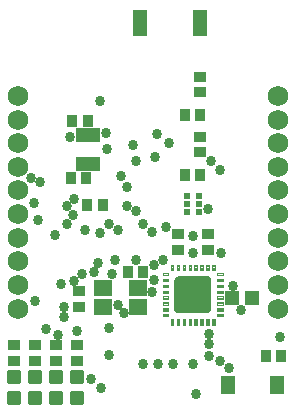
<source format=gbs>
G75*
%MOIN*%
%OFA0B0*%
%FSLAX24Y24*%
%IPPOS*%
%LPD*%
%AMOC8*
5,1,8,0,0,1.08239X$1,22.5*
%
%ADD10R,0.0356X0.0434*%
%ADD11R,0.0434X0.0356*%
%ADD12C,0.0142*%
%ADD13R,0.0830X0.0510*%
%ADD14R,0.0474X0.0867*%
%ADD15C,0.0197*%
%ADD16C,0.0040*%
%ADD17R,0.0237X0.0186*%
%ADD18R,0.0454X0.0631*%
%ADD19C,0.0680*%
%ADD20R,0.0631X0.0533*%
%ADD21R,0.0513X0.0474*%
%ADD22C,0.0340*%
D10*
X004917Y004680D03*
X005429Y004680D03*
X004079Y006930D03*
X003567Y006930D03*
X003529Y007830D03*
X003017Y007830D03*
X003067Y009730D03*
X003579Y009730D03*
X006817Y009930D03*
X007329Y009930D03*
X007329Y007930D03*
X006817Y007930D03*
X009517Y001880D03*
X010029Y001880D03*
D11*
X007573Y005424D03*
X007573Y005936D03*
X006573Y005936D03*
X006573Y005424D03*
X007323Y008674D03*
X007323Y009186D03*
X007323Y010674D03*
X007323Y011186D03*
X003273Y004036D03*
X003273Y003524D03*
X003223Y002236D03*
X003223Y001724D03*
X002523Y001724D03*
X002523Y002236D03*
X001823Y002236D03*
X001823Y001724D03*
X001123Y001724D03*
X001123Y002236D03*
D12*
X001289Y000319D02*
X000957Y000319D01*
X000957Y000651D01*
X001289Y000651D01*
X001289Y000319D01*
X001289Y000460D02*
X000957Y000460D01*
X000957Y000601D02*
X001289Y000601D01*
X001289Y001009D02*
X000957Y001009D01*
X000957Y001341D01*
X001289Y001341D01*
X001289Y001009D01*
X001289Y001150D02*
X000957Y001150D01*
X000957Y001291D02*
X001289Y001291D01*
X001657Y001009D02*
X001989Y001009D01*
X001657Y001009D02*
X001657Y001341D01*
X001989Y001341D01*
X001989Y001009D01*
X001989Y001150D02*
X001657Y001150D01*
X001657Y001291D02*
X001989Y001291D01*
X002357Y001009D02*
X002689Y001009D01*
X002357Y001009D02*
X002357Y001341D01*
X002689Y001341D01*
X002689Y001009D01*
X002689Y001150D02*
X002357Y001150D01*
X002357Y001291D02*
X002689Y001291D01*
X003057Y001009D02*
X003389Y001009D01*
X003057Y001009D02*
X003057Y001341D01*
X003389Y001341D01*
X003389Y001009D01*
X003389Y001150D02*
X003057Y001150D01*
X003057Y001291D02*
X003389Y001291D01*
X003389Y000319D02*
X003057Y000319D01*
X003057Y000651D01*
X003389Y000651D01*
X003389Y000319D01*
X003389Y000460D02*
X003057Y000460D01*
X003057Y000601D02*
X003389Y000601D01*
X002689Y000319D02*
X002357Y000319D01*
X002357Y000651D01*
X002689Y000651D01*
X002689Y000319D01*
X002689Y000460D02*
X002357Y000460D01*
X002357Y000601D02*
X002689Y000601D01*
X001989Y000319D02*
X001657Y000319D01*
X001657Y000651D01*
X001989Y000651D01*
X001989Y000319D01*
X001989Y000460D02*
X001657Y000460D01*
X001657Y000601D02*
X001989Y000601D01*
D13*
X003573Y008300D03*
X003573Y009260D03*
D14*
X005319Y012980D03*
X007327Y012980D03*
D15*
X007595Y004452D02*
X006611Y004452D01*
X006552Y004393D01*
X006552Y003408D01*
X007595Y003408D01*
X007595Y004452D01*
X007595Y004422D02*
X006581Y004422D01*
X006552Y004226D02*
X007595Y004226D01*
X007595Y004031D02*
X006552Y004031D01*
X006552Y003836D02*
X007595Y003836D01*
X007595Y003640D02*
X006552Y003640D01*
X006552Y003445D02*
X007595Y003445D01*
D16*
X007880Y003446D02*
X008077Y003446D01*
X008077Y003477D02*
X008077Y003399D01*
X007880Y003399D01*
X007880Y003477D01*
X008077Y003477D01*
X008077Y003408D02*
X007880Y003408D01*
X007880Y003280D02*
X008077Y003280D01*
X008077Y003202D01*
X007900Y003202D01*
X007880Y003221D01*
X007880Y003280D01*
X007880Y003254D02*
X008077Y003254D01*
X008077Y003215D02*
X007886Y003215D01*
X007782Y003123D02*
X007723Y003123D01*
X007723Y002926D01*
X007802Y002926D01*
X007802Y003103D01*
X007782Y003123D01*
X007802Y003100D02*
X007723Y003100D01*
X007723Y003061D02*
X007802Y003061D01*
X007802Y003023D02*
X007723Y003023D01*
X007723Y002984D02*
X007802Y002984D01*
X007802Y002946D02*
X007723Y002946D01*
X007605Y002946D02*
X007526Y002946D01*
X007526Y002926D02*
X007605Y002926D01*
X007605Y003123D01*
X007526Y003123D01*
X007526Y002926D01*
X007526Y002984D02*
X007605Y002984D01*
X007605Y003023D02*
X007526Y003023D01*
X007526Y003061D02*
X007605Y003061D01*
X007605Y003100D02*
X007526Y003100D01*
X007408Y003100D02*
X007329Y003100D01*
X007329Y003123D02*
X007329Y002926D01*
X007408Y002926D01*
X007408Y003123D01*
X007329Y003123D01*
X007329Y003061D02*
X007408Y003061D01*
X007408Y003023D02*
X007329Y003023D01*
X007329Y002984D02*
X007408Y002984D01*
X007408Y002946D02*
X007329Y002946D01*
X007211Y002946D02*
X007132Y002946D01*
X007132Y002926D02*
X007211Y002926D01*
X007211Y003123D01*
X007132Y003123D01*
X007132Y002926D01*
X007132Y002984D02*
X007211Y002984D01*
X007211Y003023D02*
X007132Y003023D01*
X007132Y003061D02*
X007211Y003061D01*
X007211Y003100D02*
X007132Y003100D01*
X007014Y003100D02*
X006936Y003100D01*
X006936Y003123D02*
X006936Y002926D01*
X007014Y002926D01*
X007014Y003123D01*
X006936Y003123D01*
X006936Y003061D02*
X007014Y003061D01*
X007014Y003023D02*
X006936Y003023D01*
X006936Y002984D02*
X007014Y002984D01*
X007014Y002946D02*
X006936Y002946D01*
X006817Y002946D02*
X006739Y002946D01*
X006739Y002926D02*
X006817Y002926D01*
X006817Y003123D01*
X006739Y003123D01*
X006739Y002926D01*
X006739Y002984D02*
X006817Y002984D01*
X006817Y003023D02*
X006739Y003023D01*
X006739Y003061D02*
X006817Y003061D01*
X006817Y003100D02*
X006739Y003100D01*
X006621Y003100D02*
X006542Y003100D01*
X006542Y003123D02*
X006542Y002926D01*
X006621Y002926D01*
X006621Y003123D01*
X006542Y003123D01*
X006542Y003061D02*
X006621Y003061D01*
X006621Y003023D02*
X006542Y003023D01*
X006542Y002984D02*
X006621Y002984D01*
X006621Y002946D02*
X006542Y002946D01*
X006424Y002946D02*
X006345Y002946D01*
X006345Y002926D02*
X006424Y002926D01*
X006424Y003123D01*
X006365Y003123D01*
X006345Y003103D01*
X006345Y002926D01*
X006345Y002984D02*
X006424Y002984D01*
X006424Y003023D02*
X006345Y003023D01*
X006345Y003061D02*
X006424Y003061D01*
X006424Y003100D02*
X006345Y003100D01*
X006247Y003202D02*
X006266Y003221D01*
X006266Y003280D01*
X006069Y003280D01*
X006069Y003202D01*
X006247Y003202D01*
X006260Y003215D02*
X006069Y003215D01*
X006069Y003254D02*
X006266Y003254D01*
X006266Y003399D02*
X006266Y003477D01*
X006069Y003477D01*
X006069Y003399D01*
X006266Y003399D01*
X006266Y003408D02*
X006069Y003408D01*
X006069Y003446D02*
X006266Y003446D01*
X006266Y003595D02*
X006266Y003674D01*
X006069Y003674D01*
X006069Y003595D01*
X006266Y003595D01*
X006266Y003600D02*
X006069Y003600D01*
X006069Y003639D02*
X006266Y003639D01*
X006266Y003792D02*
X006266Y003871D01*
X006069Y003871D01*
X006069Y003792D01*
X006266Y003792D01*
X006266Y003793D02*
X006069Y003793D01*
X006069Y003831D02*
X006266Y003831D01*
X006266Y003870D02*
X006069Y003870D01*
X006069Y003989D02*
X006069Y004068D01*
X006266Y004068D01*
X006266Y003989D01*
X006069Y003989D01*
X006069Y004024D02*
X006266Y004024D01*
X006266Y004062D02*
X006069Y004062D01*
X006069Y004186D02*
X006069Y004265D01*
X006266Y004265D01*
X006266Y004186D01*
X006069Y004186D01*
X006069Y004216D02*
X006266Y004216D01*
X006266Y004255D02*
X006069Y004255D01*
X006069Y004383D02*
X006069Y004461D01*
X006266Y004461D01*
X006266Y004383D01*
X006069Y004383D01*
X006069Y004409D02*
X006266Y004409D01*
X006266Y004447D02*
X006069Y004447D01*
X006069Y004580D02*
X006069Y004658D01*
X006247Y004658D01*
X006266Y004639D01*
X006266Y004580D01*
X006069Y004580D01*
X006069Y004601D02*
X006266Y004601D01*
X006265Y004640D02*
X006069Y004640D01*
X006345Y004757D02*
X006345Y004934D01*
X006424Y004934D01*
X006424Y004737D01*
X006365Y004737D01*
X006345Y004757D01*
X006346Y004755D02*
X006424Y004755D01*
X006424Y004794D02*
X006345Y004794D01*
X006345Y004832D02*
X006424Y004832D01*
X006424Y004871D02*
X006345Y004871D01*
X006345Y004909D02*
X006424Y004909D01*
X006542Y004909D02*
X006621Y004909D01*
X006621Y004934D02*
X006542Y004934D01*
X006542Y004737D01*
X006621Y004737D01*
X006621Y004934D01*
X006621Y004871D02*
X006542Y004871D01*
X006542Y004832D02*
X006621Y004832D01*
X006621Y004794D02*
X006542Y004794D01*
X006542Y004755D02*
X006621Y004755D01*
X006739Y004755D02*
X006817Y004755D01*
X006817Y004737D02*
X006817Y004934D01*
X006739Y004934D01*
X006739Y004737D01*
X006817Y004737D01*
X006817Y004794D02*
X006739Y004794D01*
X006739Y004832D02*
X006817Y004832D01*
X006817Y004871D02*
X006739Y004871D01*
X006739Y004909D02*
X006817Y004909D01*
X006936Y004909D02*
X007014Y004909D01*
X007014Y004934D02*
X006936Y004934D01*
X006936Y004737D01*
X007014Y004737D01*
X007014Y004934D01*
X007014Y004871D02*
X006936Y004871D01*
X006936Y004832D02*
X007014Y004832D01*
X007014Y004794D02*
X006936Y004794D01*
X006936Y004755D02*
X007014Y004755D01*
X007132Y004755D02*
X007211Y004755D01*
X007211Y004737D02*
X007211Y004934D01*
X007132Y004934D01*
X007132Y004737D01*
X007211Y004737D01*
X007211Y004794D02*
X007132Y004794D01*
X007132Y004832D02*
X007211Y004832D01*
X007211Y004871D02*
X007132Y004871D01*
X007132Y004909D02*
X007211Y004909D01*
X007329Y004909D02*
X007408Y004909D01*
X007408Y004934D02*
X007329Y004934D01*
X007329Y004737D01*
X007408Y004737D01*
X007408Y004934D01*
X007408Y004871D02*
X007329Y004871D01*
X007329Y004832D02*
X007408Y004832D01*
X007408Y004794D02*
X007329Y004794D01*
X007329Y004755D02*
X007408Y004755D01*
X007526Y004755D02*
X007605Y004755D01*
X007605Y004737D02*
X007605Y004934D01*
X007526Y004934D01*
X007526Y004737D01*
X007605Y004737D01*
X007605Y004794D02*
X007526Y004794D01*
X007526Y004832D02*
X007605Y004832D01*
X007605Y004871D02*
X007526Y004871D01*
X007526Y004909D02*
X007605Y004909D01*
X007723Y004909D02*
X007802Y004909D01*
X007802Y004934D02*
X007723Y004934D01*
X007723Y004737D01*
X007782Y004737D01*
X007802Y004757D01*
X007802Y004934D01*
X007802Y004871D02*
X007723Y004871D01*
X007723Y004832D02*
X007802Y004832D01*
X007802Y004794D02*
X007723Y004794D01*
X007723Y004755D02*
X007800Y004755D01*
X007900Y004658D02*
X007880Y004639D01*
X007880Y004580D01*
X008077Y004580D01*
X008077Y004658D01*
X007900Y004658D01*
X007882Y004640D02*
X008077Y004640D01*
X008077Y004601D02*
X007880Y004601D01*
X007880Y004461D02*
X007880Y004383D01*
X008077Y004383D01*
X008077Y004461D01*
X007880Y004461D01*
X007880Y004447D02*
X008077Y004447D01*
X008077Y004409D02*
X007880Y004409D01*
X007880Y004265D02*
X007880Y004186D01*
X008077Y004186D01*
X008077Y004265D01*
X007880Y004265D01*
X007880Y004255D02*
X008077Y004255D01*
X008077Y004216D02*
X007880Y004216D01*
X007880Y004068D02*
X007880Y003989D01*
X008077Y003989D01*
X008077Y004068D01*
X007880Y004068D01*
X007880Y004062D02*
X008077Y004062D01*
X008077Y004024D02*
X007880Y004024D01*
X007880Y003871D02*
X007880Y003792D01*
X008077Y003792D01*
X008077Y003871D01*
X007880Y003871D01*
X007880Y003870D02*
X008077Y003870D01*
X008077Y003831D02*
X007880Y003831D01*
X007880Y003793D02*
X008077Y003793D01*
X008077Y003674D02*
X008077Y003595D01*
X007880Y003595D01*
X007880Y003674D01*
X008077Y003674D01*
X008077Y003639D02*
X007880Y003639D01*
X007880Y003600D02*
X008077Y003600D01*
D17*
X007270Y006694D03*
X007270Y006950D03*
X007270Y007206D03*
X006876Y007206D03*
X006876Y006950D03*
X006876Y006694D03*
D18*
X008256Y000930D03*
X009890Y000930D03*
D19*
X009904Y003467D03*
X009904Y004255D03*
X009904Y005042D03*
X009904Y005830D03*
X009904Y006617D03*
X009904Y007404D03*
X009904Y008192D03*
X009904Y008979D03*
X009904Y009767D03*
X009904Y010554D03*
X001243Y010554D03*
X001243Y009767D03*
X001243Y008979D03*
X001243Y008192D03*
X001243Y007404D03*
X001243Y006617D03*
X001243Y005830D03*
X001243Y005042D03*
X001243Y004255D03*
X001243Y003467D03*
D20*
X004083Y003515D03*
X004083Y004145D03*
X005264Y004145D03*
X005264Y003515D03*
D21*
X008389Y003830D03*
X009058Y003830D03*
D22*
X008673Y003430D03*
X008423Y004230D03*
X008023Y005330D03*
X007073Y005330D03*
X007073Y005880D03*
X006173Y006180D03*
X005723Y006030D03*
X005423Y006280D03*
X005173Y006730D03*
X004873Y006880D03*
X004873Y007530D03*
X004673Y007880D03*
X005173Y008380D03*
X005073Y008930D03*
X005823Y008530D03*
X006273Y008980D03*
X005873Y009280D03*
X004173Y009330D03*
X004223Y008780D03*
X002973Y009180D03*
X003973Y010380D03*
X001673Y007830D03*
X001973Y007680D03*
X001773Y006980D03*
X001923Y006430D03*
X002473Y005930D03*
X002873Y006280D03*
X003073Y006580D03*
X002873Y006880D03*
X003123Y007130D03*
X003473Y006080D03*
X003973Y005980D03*
X004273Y006280D03*
X004573Y006080D03*
X004473Y005080D03*
X004373Y004630D03*
X003923Y004980D03*
X003773Y004680D03*
X003373Y004630D03*
X003123Y004380D03*
X002673Y004280D03*
X002773Y003530D03*
X002773Y003180D03*
X003223Y002730D03*
X002573Y002580D03*
X002173Y002780D03*
X001823Y003730D03*
X003673Y001130D03*
X004023Y000830D03*
X004273Y001930D03*
X004273Y002830D03*
X004773Y003330D03*
X004573Y003580D03*
X005723Y004030D03*
X005773Y004430D03*
X005773Y004930D03*
X006073Y005080D03*
X005173Y005080D03*
X006873Y003780D03*
X007223Y003780D03*
X007623Y002630D03*
X007623Y002280D03*
X007623Y001880D03*
X007973Y001730D03*
X008273Y001480D03*
X007173Y000630D03*
X007073Y001630D03*
X006423Y001630D03*
X005923Y001630D03*
X005423Y001630D03*
X007573Y006780D03*
X007973Y008080D03*
X007673Y008380D03*
X009973Y002530D03*
M02*

</source>
